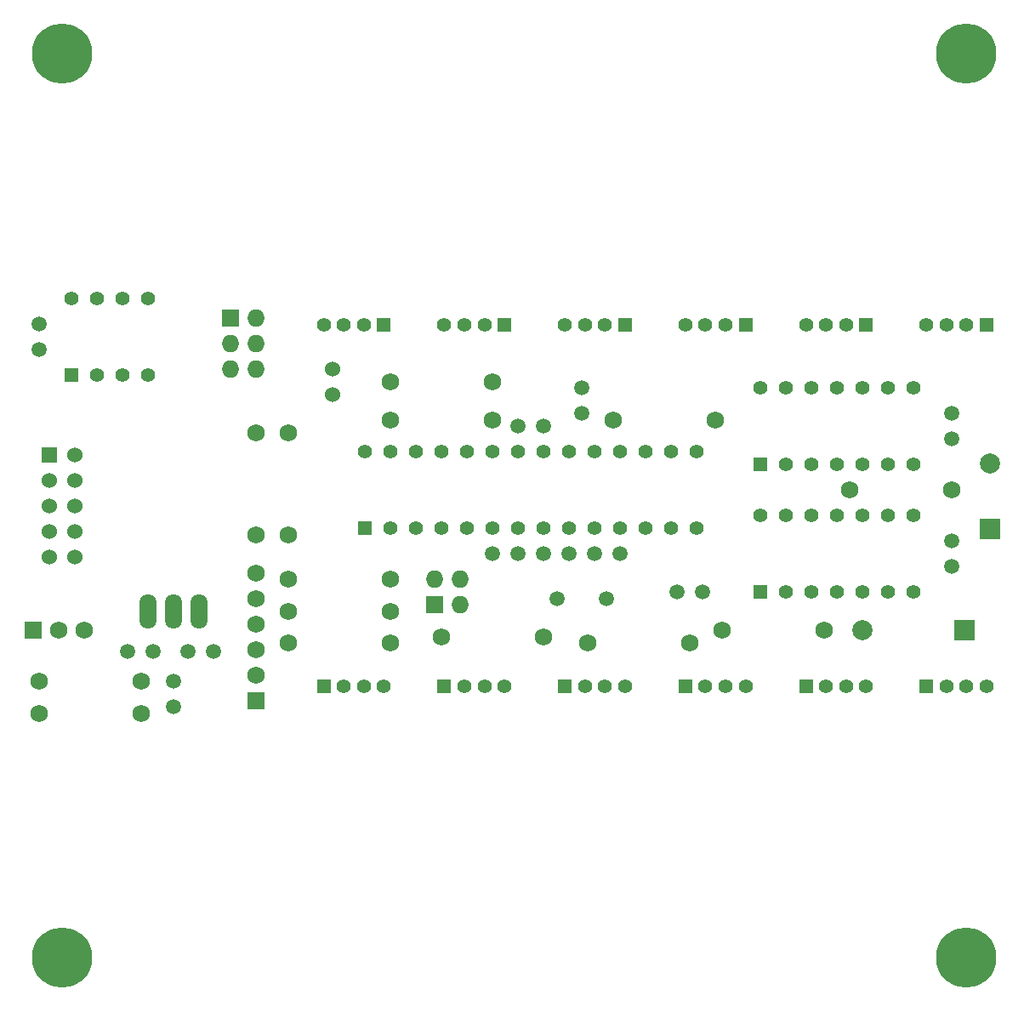
<source format=gbs>
%FSLAX36Y36*%
G04 Gerber Fmt 3.6, Leading zero omitted, Abs format (unit inch)*
G04 Created by KiCad (PCBNEW (2014-jul-16 BZR unknown)-product) date Mon 09 Feb 2015 07:56:14 AM PST*
%MOIN*%
G01*
G04 APERTURE LIST*
%ADD10C,0.003937*%
%ADD11C,0.059100*%
%ADD12C,0.078700*%
%ADD13R,0.078700X0.078700*%
%ADD14C,0.236220*%
%ADD15R,0.068000X0.068000*%
%ADD16C,0.068000*%
%ADD17R,0.060000X0.060000*%
%ADD18C,0.060000*%
%ADD19O,0.068000X0.068000*%
%ADD20O,0.066900X0.137800*%
%ADD21R,0.055000X0.055000*%
%ADD22C,0.055000*%
%ADD23R,0.055118X0.055118*%
%ADD24C,0.055118*%
G04 APERTURE END LIST*
D10*
D11*
X2420866Y-4508858D03*
X2520866Y-4508858D03*
X2600000Y-4625000D03*
X2600000Y-4725000D03*
X2757087Y-4508858D03*
X2657087Y-4508858D03*
X4150000Y-4125000D03*
X4050000Y-4125000D03*
X4575000Y-4275000D03*
X4675000Y-4275000D03*
X4250000Y-4125000D03*
X4350000Y-4125000D03*
X4200000Y-3575000D03*
X4200000Y-3475000D03*
X2075000Y-3325000D03*
X2075000Y-3225000D03*
X4050000Y-3625000D03*
X3950000Y-3625000D03*
X3850000Y-4125000D03*
X3950000Y-4125000D03*
X5650000Y-4175000D03*
X5650000Y-4075000D03*
X5650000Y-3675000D03*
X5650000Y-3575000D03*
D12*
X5300000Y-4425000D03*
D13*
X5700000Y-4425000D03*
D14*
X2165354Y-2165354D03*
X5708661Y-2165354D03*
X2165354Y-5708661D03*
X5708661Y-5708661D03*
D15*
X2050000Y-4425000D03*
D16*
X2150000Y-4425000D03*
X2250000Y-4425000D03*
D17*
X2115354Y-3737008D03*
D18*
X2215354Y-3737008D03*
X2115354Y-3837008D03*
X2215354Y-3837008D03*
X2115354Y-3937008D03*
X2215354Y-3937008D03*
X2115354Y-4037008D03*
X2215354Y-4037008D03*
X2115354Y-4137008D03*
X2215354Y-4137008D03*
D15*
X2925000Y-4700000D03*
D16*
X2925000Y-4600000D03*
X2925000Y-4500000D03*
X2925000Y-4400000D03*
X2925000Y-4300000D03*
X2925000Y-4200000D03*
D15*
X2825000Y-3200000D03*
D19*
X2925000Y-3200000D03*
X2825000Y-3300000D03*
X2925000Y-3300000D03*
X2825000Y-3400000D03*
X2925000Y-3400000D03*
D13*
X5800000Y-4028000D03*
D12*
X5800000Y-3772000D03*
D20*
X2600000Y-4350000D03*
X2500000Y-4350000D03*
X2700000Y-4350000D03*
D21*
X4900000Y-4275000D03*
D22*
X5000000Y-4275000D03*
X5100000Y-4275000D03*
X5200000Y-4275000D03*
X5300000Y-4275000D03*
X5400000Y-4275000D03*
X5500000Y-4275000D03*
X5500000Y-3975000D03*
X5400000Y-3975000D03*
X5300000Y-3975000D03*
X5200000Y-3975000D03*
X5100000Y-3975000D03*
X5000000Y-3975000D03*
X4900000Y-3975000D03*
D21*
X2200000Y-3425000D03*
D22*
X2300000Y-3425000D03*
X2400000Y-3425000D03*
X2500000Y-3425000D03*
X2500000Y-3125000D03*
X2400000Y-3125000D03*
X2300000Y-3125000D03*
X2200000Y-3125000D03*
D21*
X4900000Y-3775000D03*
D22*
X5000000Y-3775000D03*
X5100000Y-3775000D03*
X5200000Y-3775000D03*
X5300000Y-3775000D03*
X5400000Y-3775000D03*
X5500000Y-3775000D03*
X5500000Y-3475000D03*
X5400000Y-3475000D03*
X5300000Y-3475000D03*
X5200000Y-3475000D03*
X5100000Y-3475000D03*
X5000000Y-3475000D03*
X4900000Y-3475000D03*
X3450000Y-4025000D03*
X3550000Y-4025000D03*
X3650000Y-4025000D03*
X3750000Y-4025000D03*
X3850000Y-4025000D03*
X3950000Y-4025000D03*
X4050000Y-4025000D03*
X4150000Y-4025000D03*
X4250000Y-4025000D03*
X4350000Y-4025000D03*
X4450000Y-4025000D03*
X4550000Y-4025000D03*
X4650000Y-4025000D03*
D21*
X3350000Y-4025000D03*
D22*
X4650000Y-3725000D03*
X4550000Y-3725000D03*
X4450000Y-3725000D03*
X4350000Y-3725000D03*
X4250000Y-3725000D03*
X4150000Y-3725000D03*
X4050000Y-3725000D03*
X3950000Y-3725000D03*
X3850000Y-3725000D03*
X3750000Y-3725000D03*
X3650000Y-3725000D03*
X3550000Y-3725000D03*
X3450000Y-3725000D03*
X3350000Y-3725000D03*
D11*
X4103900Y-4300000D03*
X4296100Y-4300000D03*
D23*
X3188976Y-4645669D03*
D24*
X3267717Y-4645669D03*
X3346457Y-4645669D03*
X3425197Y-4645669D03*
D23*
X3661417Y-4645669D03*
D24*
X3740157Y-4645669D03*
X3818898Y-4645669D03*
X3897638Y-4645669D03*
D23*
X4133858Y-4645669D03*
D24*
X4212598Y-4645669D03*
X4291339Y-4645669D03*
X4370079Y-4645669D03*
D23*
X4606299Y-4645669D03*
D24*
X4685039Y-4645669D03*
X4763780Y-4645669D03*
X4842520Y-4645669D03*
D23*
X5078740Y-4645669D03*
D24*
X5157480Y-4645669D03*
X5236220Y-4645669D03*
X5314961Y-4645669D03*
D23*
X5551181Y-4645669D03*
D24*
X5629921Y-4645669D03*
X5708661Y-4645669D03*
X5787402Y-4645669D03*
D23*
X3897638Y-3228346D03*
D24*
X3818898Y-3228346D03*
X3740157Y-3228346D03*
X3661417Y-3228346D03*
D23*
X3425197Y-3228346D03*
D24*
X3346457Y-3228346D03*
X3267717Y-3228346D03*
X3188976Y-3228346D03*
D23*
X4370079Y-3228346D03*
D24*
X4291339Y-3228346D03*
X4212598Y-3228346D03*
X4133858Y-3228346D03*
D23*
X4842520Y-3228346D03*
D24*
X4763780Y-3228346D03*
X4685039Y-3228346D03*
X4606299Y-3228346D03*
D23*
X5314961Y-3228346D03*
D24*
X5236220Y-3228346D03*
X5157480Y-3228346D03*
X5078740Y-3228346D03*
D23*
X5787402Y-3228346D03*
D24*
X5708661Y-3228346D03*
X5629921Y-3228346D03*
X5551181Y-3228346D03*
D18*
X3225000Y-3500000D03*
X3225000Y-3400000D03*
D15*
X3625000Y-4325000D03*
D19*
X3625000Y-4225000D03*
X3725000Y-4325000D03*
X3725000Y-4225000D03*
D16*
X3650000Y-4450000D03*
X4050000Y-4450000D03*
X3450000Y-4225000D03*
X3050000Y-4225000D03*
X2475000Y-4625000D03*
X2075000Y-4625000D03*
X2075000Y-4750000D03*
X2475000Y-4750000D03*
X3450000Y-3600000D03*
X3850000Y-3600000D03*
X3450000Y-3450000D03*
X3850000Y-3450000D03*
X4325000Y-3600000D03*
X4725000Y-3600000D03*
X5650000Y-3875000D03*
X5250000Y-3875000D03*
X4625000Y-4475000D03*
X4225000Y-4475000D03*
X4750000Y-4425000D03*
X5150000Y-4425000D03*
X3050000Y-4350000D03*
X3450000Y-4350000D03*
X3050000Y-4475000D03*
X3450000Y-4475000D03*
X2925000Y-3650000D03*
X2925000Y-4050000D03*
X3050000Y-4050000D03*
X3050000Y-3650000D03*
M02*

</source>
